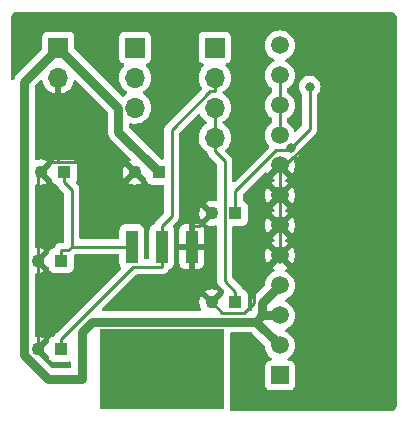
<source format=gbr>
%TF.GenerationSoftware,KiCad,Pcbnew,(6.0.5)*%
%TF.CreationDate,2023-06-19T00:58:59+02:00*%
%TF.ProjectId,PCB_Suelo,5043425f-5375-4656-9c6f-2e6b69636164,rev?*%
%TF.SameCoordinates,Original*%
%TF.FileFunction,Copper,L1,Top*%
%TF.FilePolarity,Positive*%
%FSLAX46Y46*%
G04 Gerber Fmt 4.6, Leading zero omitted, Abs format (unit mm)*
G04 Created by KiCad (PCBNEW (6.0.5)) date 2023-06-19 00:58:59*
%MOMM*%
%LPD*%
G01*
G04 APERTURE LIST*
%TA.AperFunction,SMDPad,CuDef*%
%ADD10R,1.050000X2.790000*%
%TD*%
%TA.AperFunction,SMDPad,CuDef*%
%ADD11R,10.580000X6.840000*%
%TD*%
%TA.AperFunction,ComponentPad*%
%ADD12R,1.508000X1.508000*%
%TD*%
%TA.AperFunction,ComponentPad*%
%ADD13C,1.508000*%
%TD*%
%TA.AperFunction,ComponentPad*%
%ADD14R,1.700000X1.700000*%
%TD*%
%TA.AperFunction,ComponentPad*%
%ADD15O,1.700000X1.700000*%
%TD*%
%TA.AperFunction,ComponentPad*%
%ADD16R,1.100000X1.100000*%
%TD*%
%TA.AperFunction,ComponentPad*%
%ADD17C,1.100000*%
%TD*%
%TA.AperFunction,ViaPad*%
%ADD18C,0.800000*%
%TD*%
%TA.AperFunction,Conductor*%
%ADD19C,0.750000*%
%TD*%
%TA.AperFunction,Conductor*%
%ADD20C,0.250000*%
%TD*%
G04 APERTURE END LIST*
D10*
%TO.P,VR1,1,ADJ/GND*%
%TO.N,GND*%
X132290000Y-56310000D03*
%TO.P,VR1,2,OUTPUT_2*%
%TO.N,PWR_pH*%
X129750000Y-56310000D03*
%TO.P,VR1,3,INPUT*%
%TO.N,9V*%
X127210000Y-56310000D03*
D11*
%TO.P,VR1,4,OUTPUT_4*%
%TO.N,unconnected-(VR1-Pad4)*%
X129750000Y-66660000D03*
%TD*%
D12*
%TO.P,PS1,1,~{ON/OFF}*%
%TO.N,Net-(PS1-Pad1)*%
X139750000Y-67220000D03*
D13*
%TO.P,PS1,2,VIN*%
%TO.N,PWR*%
X139750000Y-64680000D03*
%TO.P,PS1,3,VIN*%
X139750000Y-62140000D03*
%TO.P,PS1,4,VIN*%
X139750000Y-59600000D03*
%TO.P,PS1,5,GND*%
%TO.N,GND*%
X139750000Y-57060000D03*
%TO.P,PS1,6,GND*%
X139750000Y-54520000D03*
%TO.P,PS1,7,GND*%
X139750000Y-51980000D03*
%TO.P,PS1,8,GND*%
X139750000Y-49440000D03*
%TO.P,PS1,9,VOUT*%
%TO.N,9V*%
X139750000Y-46900000D03*
%TO.P,PS1,10,VOUT*%
X139750000Y-44360000D03*
%TO.P,PS1,11,VOUT*%
X139750000Y-41820000D03*
%TO.P,PS1,12,VADJ*%
%TO.N,unconnected-(PS1-Pad12)*%
X139750000Y-39280000D03*
%TD*%
D14*
%TO.P,J3,1,Pin_1*%
%TO.N,PWR*%
X121000000Y-39460000D03*
D15*
%TO.P,J3,2,Pin_2*%
%TO.N,GND*%
X121000000Y-42000000D03*
%TD*%
%TO.P,J2,4,Pin_4*%
%TO.N,9V*%
X134250000Y-47080000D03*
%TO.P,J2,3,Pin_3*%
X134250000Y-44540000D03*
%TO.P,J2,2,Pin_2*%
%TO.N,PWR_pH*%
X134250000Y-42000000D03*
D14*
%TO.P,J2,1,Pin_1*%
%TO.N,9V*%
X134250000Y-39460000D03*
%TD*%
%TO.P,J1,1,Pin_1*%
%TO.N,CTR*%
X127500000Y-39460000D03*
D15*
%TO.P,J1,2,Pin_2*%
%TO.N,IN_MOISTURE*%
X127500000Y-42000000D03*
%TO.P,J1,3,Pin_3*%
%TO.N,OUT_MOISTURE*%
X127500000Y-44540000D03*
%TD*%
D16*
%TO.P,C7,P*%
%TO.N,PWR_pH*%
X121250000Y-65000000D03*
D17*
%TO.P,C7,N*%
%TO.N,GND*%
X119250000Y-65000000D03*
%TD*%
%TO.P,C6,N*%
%TO.N,GND*%
X119250000Y-57500000D03*
D16*
%TO.P,C6,P*%
%TO.N,9V*%
X121250000Y-57500000D03*
%TD*%
D17*
%TO.P,C5,N*%
%TO.N,GND*%
X119500000Y-50000000D03*
D16*
%TO.P,C5,P*%
%TO.N,9V*%
X121500000Y-50000000D03*
%TD*%
D17*
%TO.P,C4,N*%
%TO.N,GND*%
X127500000Y-50000000D03*
D16*
%TO.P,C4,P*%
%TO.N,PWR*%
X129500000Y-50000000D03*
%TD*%
%TO.P,C2,P*%
%TO.N,9V*%
X136000000Y-61000000D03*
D17*
%TO.P,C2,N*%
%TO.N,GND*%
X134000000Y-61000000D03*
%TD*%
%TO.P,C1,N*%
%TO.N,GND*%
X134000000Y-53500000D03*
D16*
%TO.P,C1,P*%
%TO.N,Net-(C1-PadP)*%
X136000000Y-53500000D03*
%TD*%
D18*
%TO.N,GND*%
X146191300Y-42774200D03*
%TO.N,Net-(C1-PadP)*%
X140662100Y-47960700D03*
X142285700Y-42765600D03*
%TD*%
D19*
%TO.N,PWR*%
X138260978Y-61089022D02*
X139750000Y-59600000D01*
X138260978Y-62140000D02*
X138260978Y-61089022D01*
D20*
%TO.N,GND*%
X134892600Y-61892600D02*
X134000000Y-61000000D01*
X137561467Y-59248533D02*
X137561467Y-61046733D01*
X137561467Y-61046733D02*
X136715600Y-61892600D01*
X136715600Y-61892600D02*
X134892600Y-61892600D01*
X139750000Y-57060000D02*
X137561467Y-59248533D01*
D19*
%TO.N,PWR*%
X139750000Y-62140000D02*
X138260978Y-62140000D01*
X138260978Y-62140000D02*
X137735489Y-62665489D01*
X123885489Y-62665489D02*
X137735489Y-62665489D01*
X137735489Y-62665489D02*
X139750000Y-64680000D01*
X123000000Y-63550978D02*
X123885489Y-62665489D01*
X118125489Y-65465789D02*
X120159700Y-67500000D01*
X120159700Y-67500000D02*
X123000000Y-67500000D01*
X123000000Y-67500000D02*
X123000000Y-63550978D01*
X118125489Y-42334511D02*
X118125489Y-65465789D01*
X121000000Y-39460000D02*
X118125489Y-42334511D01*
X126075489Y-46575489D02*
X129500000Y-50000000D01*
X126075489Y-44535489D02*
X126075489Y-46575489D01*
X121000000Y-39460000D02*
X126075489Y-44535489D01*
D20*
%TO.N,PWR_pH*%
X130600300Y-53739400D02*
X129750000Y-54589700D01*
X130600300Y-46457600D02*
X130600300Y-53739400D01*
X133882600Y-43175300D02*
X130600300Y-46457600D01*
X134250000Y-43175300D02*
X133882600Y-43175300D01*
X134250000Y-42000000D02*
X134250000Y-43175300D01*
X129750000Y-56310000D02*
X129750000Y-54589700D01*
X127344400Y-58030300D02*
X129750000Y-58030300D01*
X121250000Y-64124700D02*
X127344400Y-58030300D01*
X121250000Y-65000000D02*
X121250000Y-64124700D01*
X129750000Y-56310000D02*
X129750000Y-58030300D01*
%TO.N,9V*%
X134250000Y-44540000D02*
X134250000Y-47080000D01*
X139750000Y-41820000D02*
X139750000Y-44360000D01*
X139750000Y-44360000D02*
X139750000Y-46900000D01*
X122151000Y-56310000D02*
X127210000Y-56310000D01*
X121836300Y-56624700D02*
X122151000Y-56310000D01*
X121250000Y-56624700D02*
X121836300Y-56624700D01*
X122151000Y-51526300D02*
X121500000Y-50875300D01*
X122151000Y-56310000D02*
X122151000Y-51526300D01*
X121500000Y-50000000D02*
X121500000Y-50875300D01*
X121250000Y-57500000D02*
X121250000Y-56624700D01*
X135081100Y-49086400D02*
X134250000Y-48255300D01*
X135081100Y-59205800D02*
X135081100Y-49086400D01*
X136000000Y-60124700D02*
X135081100Y-59205800D01*
X136000000Y-61000000D02*
X136000000Y-60124700D01*
X134250000Y-47080000D02*
X134250000Y-48255300D01*
%TO.N,GND*%
X132910300Y-54589700D02*
X132290000Y-54589700D01*
X134000000Y-53500000D02*
X132910300Y-54589700D01*
X132290000Y-56310000D02*
X132290000Y-54589700D01*
X121000000Y-42000000D02*
X121000000Y-43175300D01*
X139750000Y-51980000D02*
X139750000Y-54520000D01*
X132290000Y-59290000D02*
X132290000Y-56310000D01*
X134000000Y-61000000D02*
X132290000Y-59290000D01*
X121000000Y-49124600D02*
X121000000Y-43175300D01*
X126624600Y-49124600D02*
X121000000Y-49124600D01*
X127500000Y-50000000D02*
X126624600Y-49124600D01*
X120375400Y-49124600D02*
X119500000Y-50000000D01*
X121000000Y-49124600D02*
X120375400Y-49124600D01*
X139750000Y-54520000D02*
X139750000Y-57060000D01*
X139750000Y-51980000D02*
X139750000Y-49440000D01*
X119250000Y-50250000D02*
X119250000Y-57500000D01*
X119500000Y-50000000D02*
X119250000Y-50250000D01*
X119250000Y-57500000D02*
X119250000Y-65000000D01*
X146191300Y-43457300D02*
X146191300Y-42774200D01*
X140208600Y-49440000D02*
X146191300Y-43457300D01*
X139750000Y-49440000D02*
X140208600Y-49440000D01*
%TO.N,Net-(C1-PadP)*%
X140452800Y-48170000D02*
X140662100Y-47960700D01*
X139459500Y-48170000D02*
X140452800Y-48170000D01*
X136000000Y-51629500D02*
X139459500Y-48170000D01*
X136000000Y-53500000D02*
X136000000Y-51629500D01*
X142285700Y-46337100D02*
X142285700Y-42765600D01*
X140662100Y-47960700D02*
X142285700Y-46337100D01*
%TD*%
%TA.AperFunction,Conductor*%
%TO.N,GND*%
G36*
X149122915Y-36412107D02*
G01*
X149137748Y-36414417D01*
X149137752Y-36414417D01*
X149146621Y-36415798D01*
X149155646Y-36414618D01*
X149186081Y-36414346D01*
X149248158Y-36421340D01*
X149275664Y-36427618D01*
X149352752Y-36454592D01*
X149378168Y-36466831D01*
X149447325Y-36510286D01*
X149469380Y-36527875D01*
X149527125Y-36585620D01*
X149544714Y-36607675D01*
X149588169Y-36676832D01*
X149600408Y-36702248D01*
X149627382Y-36779336D01*
X149633661Y-36806844D01*
X149639912Y-36862325D01*
X149639245Y-36877964D01*
X149640694Y-36877982D01*
X149640584Y-36886953D01*
X149639202Y-36895827D01*
X149640366Y-36904730D01*
X149640366Y-36904737D01*
X149643329Y-36927397D01*
X149644393Y-36943733D01*
X149644393Y-69728530D01*
X149642893Y-69747915D01*
X149640583Y-69762748D01*
X149640583Y-69762752D01*
X149639202Y-69771621D01*
X149640382Y-69780646D01*
X149640654Y-69811084D01*
X149633661Y-69873155D01*
X149627382Y-69900664D01*
X149600408Y-69977752D01*
X149588169Y-70003168D01*
X149544714Y-70072325D01*
X149527125Y-70094380D01*
X149469380Y-70152125D01*
X149447325Y-70169714D01*
X149378168Y-70213169D01*
X149352752Y-70225408D01*
X149275664Y-70252382D01*
X149248159Y-70258660D01*
X149192673Y-70264912D01*
X149177036Y-70264245D01*
X149177018Y-70265694D01*
X149168047Y-70265584D01*
X149159173Y-70264202D01*
X149150270Y-70265366D01*
X149150263Y-70265366D01*
X149127603Y-70268329D01*
X149111267Y-70269393D01*
X135673584Y-70269393D01*
X135605463Y-70249391D01*
X135558970Y-70195735D01*
X135549155Y-70134993D01*
X135547947Y-70134928D01*
X135548131Y-70131531D01*
X135548500Y-70128134D01*
X135548500Y-63674989D01*
X135568502Y-63606868D01*
X135622158Y-63560375D01*
X135674500Y-63548989D01*
X137317341Y-63548989D01*
X137385462Y-63568991D01*
X137406436Y-63585894D01*
X138448535Y-64627993D01*
X138482561Y-64690305D01*
X138484961Y-64706107D01*
X138501930Y-64900068D01*
X138559106Y-65113450D01*
X138652466Y-65313661D01*
X138779174Y-65494620D01*
X138935380Y-65650826D01*
X138939888Y-65653983D01*
X138939891Y-65653985D01*
X139046006Y-65728287D01*
X139090334Y-65783744D01*
X139097643Y-65854363D01*
X139065612Y-65917724D01*
X139004411Y-65953709D01*
X138973735Y-65957500D01*
X138947866Y-65957500D01*
X138885684Y-65964255D01*
X138749295Y-66015385D01*
X138632739Y-66102739D01*
X138545385Y-66219295D01*
X138494255Y-66355684D01*
X138487500Y-66417866D01*
X138487500Y-68022134D01*
X138494255Y-68084316D01*
X138545385Y-68220705D01*
X138632739Y-68337261D01*
X138749295Y-68424615D01*
X138885684Y-68475745D01*
X138947866Y-68482500D01*
X140552134Y-68482500D01*
X140614316Y-68475745D01*
X140750705Y-68424615D01*
X140867261Y-68337261D01*
X140954615Y-68220705D01*
X141005745Y-68084316D01*
X141012500Y-68022134D01*
X141012500Y-66417866D01*
X141005745Y-66355684D01*
X140954615Y-66219295D01*
X140867261Y-66102739D01*
X140750705Y-66015385D01*
X140614316Y-65964255D01*
X140552134Y-65957500D01*
X140526265Y-65957500D01*
X140458144Y-65937498D01*
X140411651Y-65883842D01*
X140401547Y-65813568D01*
X140431041Y-65748988D01*
X140453994Y-65728287D01*
X140560109Y-65653985D01*
X140560112Y-65653983D01*
X140564620Y-65650826D01*
X140720826Y-65494620D01*
X140847534Y-65313661D01*
X140940894Y-65113450D01*
X140998070Y-64900068D01*
X141017323Y-64680000D01*
X140998070Y-64459932D01*
X140940894Y-64246550D01*
X140847534Y-64046339D01*
X140720826Y-63865380D01*
X140564620Y-63709174D01*
X140560112Y-63706017D01*
X140560109Y-63706015D01*
X140388171Y-63585623D01*
X140388169Y-63585622D01*
X140383662Y-63582466D01*
X140378680Y-63580143D01*
X140378675Y-63580140D01*
X140258699Y-63524195D01*
X140205414Y-63477278D01*
X140185953Y-63409001D01*
X140206495Y-63341041D01*
X140258699Y-63295805D01*
X140378675Y-63239860D01*
X140378680Y-63239857D01*
X140383662Y-63237534D01*
X140388171Y-63234377D01*
X140560109Y-63113985D01*
X140560112Y-63113983D01*
X140564620Y-63110826D01*
X140720826Y-62954620D01*
X140847534Y-62773661D01*
X140940894Y-62573450D01*
X140998070Y-62360068D01*
X141017323Y-62140000D01*
X140998070Y-61919932D01*
X140940894Y-61706550D01*
X140908955Y-61638057D01*
X140849857Y-61511320D01*
X140849855Y-61511317D01*
X140847534Y-61506339D01*
X140720826Y-61325380D01*
X140564620Y-61169174D01*
X140560112Y-61166017D01*
X140560109Y-61166015D01*
X140388171Y-61045623D01*
X140388169Y-61045622D01*
X140383662Y-61042466D01*
X140378680Y-61040143D01*
X140378675Y-61040140D01*
X140258699Y-60984195D01*
X140205414Y-60937278D01*
X140185953Y-60869001D01*
X140206495Y-60801041D01*
X140258699Y-60755805D01*
X140378675Y-60699860D01*
X140378680Y-60699857D01*
X140383662Y-60697534D01*
X140388171Y-60694377D01*
X140560109Y-60573985D01*
X140560112Y-60573983D01*
X140564620Y-60570826D01*
X140720826Y-60414620D01*
X140847534Y-60233661D01*
X140940894Y-60033450D01*
X140945263Y-60017147D01*
X140986223Y-59864281D01*
X140998070Y-59820068D01*
X141017323Y-59600000D01*
X140998070Y-59379932D01*
X140940894Y-59166550D01*
X140847534Y-58966339D01*
X140720826Y-58785380D01*
X140564620Y-58629174D01*
X140560112Y-58626017D01*
X140560109Y-58626015D01*
X140388171Y-58505623D01*
X140388168Y-58505621D01*
X140383662Y-58502466D01*
X140378680Y-58500143D01*
X140378675Y-58500140D01*
X140258107Y-58443919D01*
X140204822Y-58397002D01*
X140185361Y-58328725D01*
X140205903Y-58260765D01*
X140258107Y-58215529D01*
X140378424Y-58159425D01*
X140387919Y-58153942D01*
X140430021Y-58124462D01*
X140438396Y-58113985D01*
X140431328Y-58100538D01*
X139762812Y-57432022D01*
X139748868Y-57424408D01*
X139747035Y-57424539D01*
X139740420Y-57428790D01*
X139067951Y-58101259D01*
X139061521Y-58113034D01*
X139070817Y-58125049D01*
X139112081Y-58153942D01*
X139121576Y-58159425D01*
X139241893Y-58215529D01*
X139295178Y-58262446D01*
X139314639Y-58330723D01*
X139294097Y-58398683D01*
X139241893Y-58443919D01*
X139121320Y-58500143D01*
X139121317Y-58500145D01*
X139116339Y-58502466D01*
X138935380Y-58629174D01*
X138779174Y-58785380D01*
X138652466Y-58966339D01*
X138559106Y-59166550D01*
X138501930Y-59379932D01*
X138487122Y-59549187D01*
X138484961Y-59573893D01*
X138459098Y-59640012D01*
X138448535Y-59652007D01*
X137692432Y-60408110D01*
X137677404Y-60420947D01*
X137666544Y-60428837D01*
X137662123Y-60433747D01*
X137662122Y-60433748D01*
X137622092Y-60478206D01*
X137617551Y-60482991D01*
X137603506Y-60497036D01*
X137601422Y-60499610D01*
X137601419Y-60499613D01*
X137591009Y-60512468D01*
X137586725Y-60517484D01*
X137546695Y-60561942D01*
X137546691Y-60561947D01*
X137542274Y-60566853D01*
X137537110Y-60575798D01*
X137535567Y-60578470D01*
X137524369Y-60594763D01*
X137515931Y-60605183D01*
X137485765Y-60664385D01*
X137482632Y-60670155D01*
X137452718Y-60721967D01*
X137452716Y-60721972D01*
X137449414Y-60727691D01*
X137447373Y-60733971D01*
X137447370Y-60733979D01*
X137445270Y-60740443D01*
X137437706Y-60758705D01*
X137434615Y-60764771D01*
X137434612Y-60764780D01*
X137431616Y-60770659D01*
X137429907Y-60777037D01*
X137414422Y-60834826D01*
X137412556Y-60841128D01*
X137392024Y-60904320D01*
X137391334Y-60910888D01*
X137390623Y-60917650D01*
X137387020Y-60937093D01*
X137383548Y-60950051D01*
X137383203Y-60956641D01*
X137383202Y-60956645D01*
X137380071Y-61016389D01*
X137379555Y-61022953D01*
X137377478Y-61042716D01*
X137377478Y-61062577D01*
X137377305Y-61069172D01*
X137373828Y-61135515D01*
X137374860Y-61142029D01*
X137375927Y-61148766D01*
X137377478Y-61168478D01*
X137377478Y-61655989D01*
X137357476Y-61724110D01*
X137303820Y-61770603D01*
X137251478Y-61781989D01*
X137178956Y-61781989D01*
X137110835Y-61761987D01*
X137064342Y-61708331D01*
X137053693Y-61642380D01*
X137058131Y-61601528D01*
X137058500Y-61598134D01*
X137058500Y-60401866D01*
X137051745Y-60339684D01*
X137000615Y-60203295D01*
X136913261Y-60086739D01*
X136796705Y-59999385D01*
X136788296Y-59996233D01*
X136788295Y-59996232D01*
X136660329Y-59948260D01*
X136603564Y-59905619D01*
X136588920Y-59880316D01*
X136588231Y-59878723D01*
X136586018Y-59871107D01*
X136581985Y-59864287D01*
X136581982Y-59864281D01*
X136575707Y-59853672D01*
X136567012Y-59835924D01*
X136559552Y-59817083D01*
X136533564Y-59781313D01*
X136527048Y-59771393D01*
X136508580Y-59740165D01*
X136508578Y-59740162D01*
X136504542Y-59733338D01*
X136490221Y-59719017D01*
X136477380Y-59703983D01*
X136470131Y-59694006D01*
X136465472Y-59687593D01*
X136459367Y-59682542D01*
X136459362Y-59682537D01*
X136431396Y-59659401D01*
X136422618Y-59651413D01*
X135751505Y-58980300D01*
X135717479Y-58917988D01*
X135714600Y-58891205D01*
X135714600Y-57065475D01*
X138483658Y-57065475D01*
X138501946Y-57274501D01*
X138503849Y-57285296D01*
X138558155Y-57487968D01*
X138561901Y-57498260D01*
X138650577Y-57688425D01*
X138656055Y-57697915D01*
X138685539Y-57740022D01*
X138696015Y-57748396D01*
X138709463Y-57741327D01*
X139377978Y-57072812D01*
X139384356Y-57061132D01*
X140114408Y-57061132D01*
X140114539Y-57062965D01*
X140118790Y-57069580D01*
X140791259Y-57742049D01*
X140803033Y-57748479D01*
X140815049Y-57739183D01*
X140843945Y-57697915D01*
X140849423Y-57688425D01*
X140938099Y-57498260D01*
X140941845Y-57487968D01*
X140996151Y-57285296D01*
X140998054Y-57274501D01*
X141016342Y-57065475D01*
X141016342Y-57054525D01*
X140998054Y-56845499D01*
X140996151Y-56834704D01*
X140941845Y-56632032D01*
X140938099Y-56621740D01*
X140849423Y-56431575D01*
X140843945Y-56422085D01*
X140814461Y-56379978D01*
X140803985Y-56371604D01*
X140790537Y-56378673D01*
X140122022Y-57047188D01*
X140114408Y-57061132D01*
X139384356Y-57061132D01*
X139385592Y-57058868D01*
X139385461Y-57057035D01*
X139381210Y-57050420D01*
X138708741Y-56377951D01*
X138696967Y-56371521D01*
X138684951Y-56380817D01*
X138656055Y-56422085D01*
X138650577Y-56431575D01*
X138561901Y-56621740D01*
X138558155Y-56632032D01*
X138503849Y-56834704D01*
X138501946Y-56845499D01*
X138483658Y-57054525D01*
X138483658Y-57065475D01*
X135714600Y-57065475D01*
X135714600Y-55573034D01*
X139061521Y-55573034D01*
X139070817Y-55585049D01*
X139112081Y-55613942D01*
X139121576Y-55619425D01*
X139242485Y-55675805D01*
X139295770Y-55722722D01*
X139315231Y-55790999D01*
X139294689Y-55858959D01*
X139242485Y-55904195D01*
X139121575Y-55960576D01*
X139112085Y-55966055D01*
X139069978Y-55995539D01*
X139061604Y-56006015D01*
X139068673Y-56019463D01*
X139737188Y-56687978D01*
X139751132Y-56695592D01*
X139752965Y-56695461D01*
X139759580Y-56691210D01*
X140432049Y-56018741D01*
X140438479Y-56006966D01*
X140429183Y-55994951D01*
X140387919Y-55966058D01*
X140378424Y-55960575D01*
X140257515Y-55904195D01*
X140204230Y-55857278D01*
X140184769Y-55789001D01*
X140205311Y-55721041D01*
X140257515Y-55675805D01*
X140378424Y-55619425D01*
X140387919Y-55613942D01*
X140430021Y-55584462D01*
X140438396Y-55573985D01*
X140431328Y-55560538D01*
X139762812Y-54892022D01*
X139748868Y-54884408D01*
X139747035Y-54884539D01*
X139740420Y-54888790D01*
X139067951Y-55561259D01*
X139061521Y-55573034D01*
X135714600Y-55573034D01*
X135714600Y-54684500D01*
X135734602Y-54616379D01*
X135788258Y-54569886D01*
X135840600Y-54558500D01*
X136598134Y-54558500D01*
X136660316Y-54551745D01*
X136730391Y-54525475D01*
X138483658Y-54525475D01*
X138501946Y-54734501D01*
X138503849Y-54745296D01*
X138558155Y-54947968D01*
X138561901Y-54958260D01*
X138650577Y-55148425D01*
X138656055Y-55157915D01*
X138685539Y-55200022D01*
X138696015Y-55208396D01*
X138709463Y-55201327D01*
X139377978Y-54532812D01*
X139384356Y-54521132D01*
X140114408Y-54521132D01*
X140114539Y-54522965D01*
X140118790Y-54529580D01*
X140791259Y-55202049D01*
X140803033Y-55208479D01*
X140815049Y-55199183D01*
X140843945Y-55157915D01*
X140849423Y-55148425D01*
X140938099Y-54958260D01*
X140941845Y-54947968D01*
X140996151Y-54745296D01*
X140998054Y-54734501D01*
X141016342Y-54525475D01*
X141016342Y-54514525D01*
X140998054Y-54305499D01*
X140996151Y-54294704D01*
X140941845Y-54092032D01*
X140938099Y-54081740D01*
X140849423Y-53891575D01*
X140843945Y-53882085D01*
X140814461Y-53839978D01*
X140803985Y-53831604D01*
X140790537Y-53838673D01*
X140122022Y-54507188D01*
X140114408Y-54521132D01*
X139384356Y-54521132D01*
X139385592Y-54518868D01*
X139385461Y-54517035D01*
X139381210Y-54510420D01*
X138708741Y-53837951D01*
X138696967Y-53831521D01*
X138684951Y-53840817D01*
X138656055Y-53882085D01*
X138650577Y-53891575D01*
X138561901Y-54081740D01*
X138558155Y-54092032D01*
X138503849Y-54294704D01*
X138501946Y-54305499D01*
X138483658Y-54514525D01*
X138483658Y-54525475D01*
X136730391Y-54525475D01*
X136796705Y-54500615D01*
X136913261Y-54413261D01*
X137000615Y-54296705D01*
X137051745Y-54160316D01*
X137058500Y-54098134D01*
X137058500Y-53033034D01*
X139061521Y-53033034D01*
X139070817Y-53045049D01*
X139112081Y-53073942D01*
X139121576Y-53079425D01*
X139242485Y-53135805D01*
X139295770Y-53182722D01*
X139315231Y-53250999D01*
X139294689Y-53318959D01*
X139242485Y-53364195D01*
X139121575Y-53420576D01*
X139112085Y-53426055D01*
X139069978Y-53455539D01*
X139061604Y-53466015D01*
X139068673Y-53479463D01*
X139737188Y-54147978D01*
X139751132Y-54155592D01*
X139752965Y-54155461D01*
X139759580Y-54151210D01*
X140432049Y-53478741D01*
X140438479Y-53466966D01*
X140429183Y-53454951D01*
X140387919Y-53426058D01*
X140378424Y-53420575D01*
X140257515Y-53364195D01*
X140204230Y-53317278D01*
X140184769Y-53249001D01*
X140205311Y-53181041D01*
X140257515Y-53135805D01*
X140378424Y-53079425D01*
X140387919Y-53073942D01*
X140430021Y-53044462D01*
X140438396Y-53033985D01*
X140431328Y-53020538D01*
X139762812Y-52352022D01*
X139748868Y-52344408D01*
X139747035Y-52344539D01*
X139740420Y-52348790D01*
X139067951Y-53021259D01*
X139061521Y-53033034D01*
X137058500Y-53033034D01*
X137058500Y-52901866D01*
X137051745Y-52839684D01*
X137000615Y-52703295D01*
X136913261Y-52586739D01*
X136796705Y-52499385D01*
X136757781Y-52484793D01*
X136715270Y-52468856D01*
X136658506Y-52426214D01*
X136633806Y-52359652D01*
X136633500Y-52350874D01*
X136633500Y-51985475D01*
X138483658Y-51985475D01*
X138501946Y-52194501D01*
X138503849Y-52205296D01*
X138558155Y-52407968D01*
X138561901Y-52418260D01*
X138650577Y-52608425D01*
X138656055Y-52617915D01*
X138685539Y-52660022D01*
X138696015Y-52668396D01*
X138709463Y-52661327D01*
X139377978Y-51992812D01*
X139384356Y-51981132D01*
X140114408Y-51981132D01*
X140114539Y-51982965D01*
X140118790Y-51989580D01*
X140791259Y-52662049D01*
X140803033Y-52668479D01*
X140815049Y-52659183D01*
X140843945Y-52617915D01*
X140849423Y-52608425D01*
X140938099Y-52418260D01*
X140941845Y-52407968D01*
X140996151Y-52205296D01*
X140998054Y-52194501D01*
X141016342Y-51985475D01*
X141016342Y-51974525D01*
X140998054Y-51765499D01*
X140996151Y-51754704D01*
X140941845Y-51552032D01*
X140938099Y-51541740D01*
X140849423Y-51351575D01*
X140843945Y-51342085D01*
X140814461Y-51299978D01*
X140803985Y-51291604D01*
X140790537Y-51298673D01*
X140122022Y-51967188D01*
X140114408Y-51981132D01*
X139384356Y-51981132D01*
X139385592Y-51978868D01*
X139385461Y-51977035D01*
X139381210Y-51970420D01*
X138708741Y-51297951D01*
X138696967Y-51291521D01*
X138684951Y-51300817D01*
X138656055Y-51342085D01*
X138650577Y-51351575D01*
X138561901Y-51541740D01*
X138558155Y-51552032D01*
X138503849Y-51754704D01*
X138501946Y-51765499D01*
X138483658Y-51974525D01*
X138483658Y-51985475D01*
X136633500Y-51985475D01*
X136633500Y-51944094D01*
X136653502Y-51875973D01*
X136670405Y-51854999D01*
X138032371Y-50493034D01*
X139061521Y-50493034D01*
X139070817Y-50505049D01*
X139112081Y-50533942D01*
X139121576Y-50539425D01*
X139242485Y-50595805D01*
X139295770Y-50642722D01*
X139315231Y-50710999D01*
X139294689Y-50778959D01*
X139242485Y-50824195D01*
X139121575Y-50880576D01*
X139112085Y-50886055D01*
X139069978Y-50915539D01*
X139061604Y-50926015D01*
X139068673Y-50939463D01*
X139737188Y-51607978D01*
X139751132Y-51615592D01*
X139752965Y-51615461D01*
X139759580Y-51611210D01*
X140432049Y-50938741D01*
X140438479Y-50926966D01*
X140429183Y-50914951D01*
X140387919Y-50886058D01*
X140378424Y-50880575D01*
X140257515Y-50824195D01*
X140204230Y-50777278D01*
X140184769Y-50709001D01*
X140205311Y-50641041D01*
X140257515Y-50595805D01*
X140378424Y-50539425D01*
X140387919Y-50533942D01*
X140430021Y-50504462D01*
X140438396Y-50493985D01*
X140431328Y-50480538D01*
X139762812Y-49812022D01*
X139748868Y-49804408D01*
X139747035Y-49804539D01*
X139740420Y-49808790D01*
X139067951Y-50481259D01*
X139061521Y-50493034D01*
X138032371Y-50493034D01*
X138463981Y-50061424D01*
X138526293Y-50027398D01*
X138597109Y-50032463D01*
X138656290Y-50078250D01*
X138685538Y-50120021D01*
X138696015Y-50128396D01*
X138709463Y-50121327D01*
X139660905Y-49169885D01*
X139723217Y-49135859D01*
X139794032Y-49140924D01*
X139839095Y-49169885D01*
X140791259Y-50122049D01*
X140803033Y-50128479D01*
X140815049Y-50119183D01*
X140843945Y-50077915D01*
X140849423Y-50068425D01*
X140938099Y-49878260D01*
X140941845Y-49867968D01*
X140996151Y-49665296D01*
X140998054Y-49654501D01*
X141016342Y-49445475D01*
X141016342Y-49434525D01*
X140998054Y-49225499D01*
X140996151Y-49214704D01*
X140941845Y-49012032D01*
X140938097Y-49001735D01*
X140926857Y-48977630D01*
X140916196Y-48907438D01*
X140945177Y-48842626D01*
X140989803Y-48809274D01*
X141112822Y-48754503D01*
X141112824Y-48754502D01*
X141118852Y-48751818D01*
X141137585Y-48738208D01*
X141204725Y-48689427D01*
X141273353Y-48639566D01*
X141384867Y-48515717D01*
X141396721Y-48502552D01*
X141396722Y-48502551D01*
X141401140Y-48497644D01*
X141496627Y-48332256D01*
X141555642Y-48150628D01*
X141573007Y-47985406D01*
X141600020Y-47919750D01*
X141609222Y-47909482D01*
X142677947Y-46840757D01*
X142686237Y-46833213D01*
X142692718Y-46829100D01*
X142739359Y-46779432D01*
X142742113Y-46776591D01*
X142761834Y-46756870D01*
X142764312Y-46753675D01*
X142772018Y-46744653D01*
X142790575Y-46724892D01*
X142802286Y-46712421D01*
X142812046Y-46694668D01*
X142822899Y-46678145D01*
X142830453Y-46668406D01*
X142835313Y-46662141D01*
X142852876Y-46621557D01*
X142858083Y-46610927D01*
X142879395Y-46572160D01*
X142881366Y-46564483D01*
X142881368Y-46564478D01*
X142884432Y-46552542D01*
X142890838Y-46533830D01*
X142895733Y-46522519D01*
X142898881Y-46515245D01*
X142900121Y-46507417D01*
X142900123Y-46507410D01*
X142905799Y-46471576D01*
X142908205Y-46459956D01*
X142917228Y-46424811D01*
X142917228Y-46424810D01*
X142919200Y-46417130D01*
X142919200Y-46396876D01*
X142920751Y-46377165D01*
X142922680Y-46364986D01*
X142923920Y-46357157D01*
X142919759Y-46313138D01*
X142919200Y-46301281D01*
X142919200Y-43468124D01*
X142939202Y-43400003D01*
X142951558Y-43383821D01*
X143024740Y-43302544D01*
X143120227Y-43137156D01*
X143179242Y-42955528D01*
X143187178Y-42880026D01*
X143198514Y-42772165D01*
X143199204Y-42765600D01*
X143185438Y-42634620D01*
X143179932Y-42582235D01*
X143179932Y-42582233D01*
X143179242Y-42575672D01*
X143120227Y-42394044D01*
X143024740Y-42228656D01*
X142989678Y-42189715D01*
X142901375Y-42091645D01*
X142901374Y-42091644D01*
X142896953Y-42086734D01*
X142772958Y-41996646D01*
X142747794Y-41978363D01*
X142747793Y-41978362D01*
X142742452Y-41974482D01*
X142736424Y-41971798D01*
X142736422Y-41971797D01*
X142574019Y-41899491D01*
X142574018Y-41899491D01*
X142567988Y-41896806D01*
X142451286Y-41872000D01*
X142387644Y-41858472D01*
X142387639Y-41858472D01*
X142381187Y-41857100D01*
X142190213Y-41857100D01*
X142183761Y-41858472D01*
X142183756Y-41858472D01*
X142120114Y-41872000D01*
X142003412Y-41896806D01*
X141997382Y-41899491D01*
X141997381Y-41899491D01*
X141834978Y-41971797D01*
X141834976Y-41971798D01*
X141828948Y-41974482D01*
X141823607Y-41978362D01*
X141823606Y-41978363D01*
X141798442Y-41996646D01*
X141674447Y-42086734D01*
X141670026Y-42091644D01*
X141670025Y-42091645D01*
X141581723Y-42189715D01*
X141546660Y-42228656D01*
X141451173Y-42394044D01*
X141392158Y-42575672D01*
X141391468Y-42582233D01*
X141391468Y-42582235D01*
X141385962Y-42634620D01*
X141372196Y-42765600D01*
X141372886Y-42772165D01*
X141384223Y-42880026D01*
X141392158Y-42955528D01*
X141451173Y-43137156D01*
X141546660Y-43302544D01*
X141619837Y-43383815D01*
X141650553Y-43447821D01*
X141652200Y-43468124D01*
X141652200Y-46022505D01*
X141632198Y-46090626D01*
X141615295Y-46111600D01*
X141162720Y-46564175D01*
X141100408Y-46598201D01*
X141029593Y-46593136D01*
X140972757Y-46550589D01*
X140951919Y-46507692D01*
X140942320Y-46471868D01*
X140942316Y-46471857D01*
X140940894Y-46466550D01*
X140917849Y-46417130D01*
X140849857Y-46271320D01*
X140849855Y-46271317D01*
X140847534Y-46266339D01*
X140720826Y-46085380D01*
X140564620Y-45929174D01*
X140560112Y-45926017D01*
X140560109Y-45926015D01*
X140437229Y-45839974D01*
X140392901Y-45784517D01*
X140383500Y-45736761D01*
X140383500Y-45523239D01*
X140403502Y-45455118D01*
X140437229Y-45420026D01*
X140560109Y-45333985D01*
X140560112Y-45333983D01*
X140564620Y-45330826D01*
X140720826Y-45174620D01*
X140847534Y-44993661D01*
X140940894Y-44793450D01*
X140998070Y-44580068D01*
X141017323Y-44360000D01*
X140998070Y-44139932D01*
X140940894Y-43926550D01*
X140847534Y-43726339D01*
X140720826Y-43545380D01*
X140564620Y-43389174D01*
X140560112Y-43386017D01*
X140560109Y-43386015D01*
X140437229Y-43299974D01*
X140392901Y-43244517D01*
X140383500Y-43196761D01*
X140383500Y-42983239D01*
X140403502Y-42915118D01*
X140437229Y-42880026D01*
X140560109Y-42793985D01*
X140560112Y-42793983D01*
X140564620Y-42790826D01*
X140720826Y-42634620D01*
X140847534Y-42453661D01*
X140868995Y-42407639D01*
X140938571Y-42258432D01*
X140938572Y-42258431D01*
X140940894Y-42253450D01*
X140946006Y-42234374D01*
X140976408Y-42120911D01*
X140998070Y-42040068D01*
X141017323Y-41820000D01*
X140998070Y-41599932D01*
X140940894Y-41386550D01*
X140924546Y-41351492D01*
X140849857Y-41191320D01*
X140849855Y-41191317D01*
X140847534Y-41186339D01*
X140720826Y-41005380D01*
X140564620Y-40849174D01*
X140560112Y-40846017D01*
X140560109Y-40846015D01*
X140388171Y-40725623D01*
X140388168Y-40725621D01*
X140383662Y-40722466D01*
X140378680Y-40720143D01*
X140378675Y-40720140D01*
X140258699Y-40664195D01*
X140205414Y-40617278D01*
X140185953Y-40549001D01*
X140206495Y-40481041D01*
X140258699Y-40435805D01*
X140378675Y-40379860D01*
X140378680Y-40379857D01*
X140383662Y-40377534D01*
X140416248Y-40354717D01*
X140560109Y-40253985D01*
X140560112Y-40253983D01*
X140564620Y-40250826D01*
X140720826Y-40094620D01*
X140847534Y-39913661D01*
X140940894Y-39713450D01*
X140998070Y-39500068D01*
X141017323Y-39280000D01*
X140998070Y-39059932D01*
X140940894Y-38846550D01*
X140847534Y-38646339D01*
X140720826Y-38465380D01*
X140564620Y-38309174D01*
X140560112Y-38306017D01*
X140560109Y-38306015D01*
X140388171Y-38185623D01*
X140388168Y-38185621D01*
X140383662Y-38182466D01*
X140378680Y-38180143D01*
X140378675Y-38180140D01*
X140188432Y-38091429D01*
X140188431Y-38091429D01*
X140183450Y-38089106D01*
X140178142Y-38087684D01*
X140178140Y-38087683D01*
X140112748Y-38070161D01*
X139970068Y-38031930D01*
X139750000Y-38012677D01*
X139529932Y-38031930D01*
X139387252Y-38070161D01*
X139321860Y-38087683D01*
X139321858Y-38087684D01*
X139316550Y-38089106D01*
X139311569Y-38091428D01*
X139311568Y-38091429D01*
X139121320Y-38180143D01*
X139121317Y-38180145D01*
X139116339Y-38182466D01*
X138935380Y-38309174D01*
X138779174Y-38465380D01*
X138652466Y-38646339D01*
X138559106Y-38846550D01*
X138501930Y-39059932D01*
X138482677Y-39280000D01*
X138501930Y-39500068D01*
X138559106Y-39713450D01*
X138652466Y-39913661D01*
X138779174Y-40094620D01*
X138935380Y-40250826D01*
X138939888Y-40253983D01*
X138939891Y-40253985D01*
X139083752Y-40354717D01*
X139116338Y-40377534D01*
X139121320Y-40379857D01*
X139121325Y-40379860D01*
X139241301Y-40435805D01*
X139294586Y-40482722D01*
X139314047Y-40550999D01*
X139293505Y-40618959D01*
X139241301Y-40664195D01*
X139121320Y-40720143D01*
X139121317Y-40720145D01*
X139116339Y-40722466D01*
X138935380Y-40849174D01*
X138779174Y-41005380D01*
X138652466Y-41186339D01*
X138650145Y-41191317D01*
X138650143Y-41191320D01*
X138575454Y-41351492D01*
X138559106Y-41386550D01*
X138501930Y-41599932D01*
X138482677Y-41820000D01*
X138501930Y-42040068D01*
X138523592Y-42120911D01*
X138553995Y-42234374D01*
X138559106Y-42253450D01*
X138561428Y-42258431D01*
X138561429Y-42258432D01*
X138631006Y-42407639D01*
X138652466Y-42453661D01*
X138779174Y-42634620D01*
X138935380Y-42790826D01*
X138939888Y-42793983D01*
X138939891Y-42793985D01*
X139062771Y-42880026D01*
X139107099Y-42935483D01*
X139116500Y-42983239D01*
X139116500Y-43196762D01*
X139096498Y-43264883D01*
X139062770Y-43299975D01*
X139052099Y-43307447D01*
X138935380Y-43389174D01*
X138779174Y-43545380D01*
X138652466Y-43726339D01*
X138559106Y-43926550D01*
X138501930Y-44139932D01*
X138482677Y-44360000D01*
X138501930Y-44580068D01*
X138559106Y-44793450D01*
X138652466Y-44993661D01*
X138779174Y-45174620D01*
X138935380Y-45330826D01*
X138939888Y-45333983D01*
X138939891Y-45333985D01*
X139062771Y-45420026D01*
X139107099Y-45475483D01*
X139116500Y-45523239D01*
X139116500Y-45736762D01*
X139096498Y-45804883D01*
X139062770Y-45839975D01*
X139050281Y-45848720D01*
X138935380Y-45929174D01*
X138779174Y-46085380D01*
X138652466Y-46266339D01*
X138650145Y-46271317D01*
X138650143Y-46271320D01*
X138582151Y-46417130D01*
X138559106Y-46466550D01*
X138557684Y-46471858D01*
X138557683Y-46471860D01*
X138541078Y-46533830D01*
X138501930Y-46679932D01*
X138482677Y-46900000D01*
X138501930Y-47120068D01*
X138559106Y-47333450D01*
X138561428Y-47338431D01*
X138561429Y-47338432D01*
X138631006Y-47487639D01*
X138652466Y-47533661D01*
X138779174Y-47714620D01*
X138809980Y-47745426D01*
X138844006Y-47807738D01*
X138838941Y-47878553D01*
X138809980Y-47923616D01*
X135929695Y-50803900D01*
X135867383Y-50837926D01*
X135796567Y-50832861D01*
X135739732Y-50790314D01*
X135714921Y-50723794D01*
X135714600Y-50714805D01*
X135714600Y-49165167D01*
X135715127Y-49153984D01*
X135716802Y-49146491D01*
X135714662Y-49078400D01*
X135714600Y-49074443D01*
X135714600Y-49046544D01*
X135714096Y-49042553D01*
X135713163Y-49030711D01*
X135712253Y-49001735D01*
X135711774Y-48986511D01*
X135709562Y-48978897D01*
X135709561Y-48978892D01*
X135706123Y-48967059D01*
X135702112Y-48947695D01*
X135701330Y-48941500D01*
X135699574Y-48927603D01*
X135696657Y-48920236D01*
X135696656Y-48920231D01*
X135683298Y-48886492D01*
X135679454Y-48875265D01*
X135677332Y-48867961D01*
X135667118Y-48832807D01*
X135662797Y-48825500D01*
X135656807Y-48815372D01*
X135648112Y-48797624D01*
X135640652Y-48778783D01*
X135614664Y-48743013D01*
X135608148Y-48733093D01*
X135589680Y-48701865D01*
X135589678Y-48701862D01*
X135585642Y-48695038D01*
X135571321Y-48680717D01*
X135558480Y-48665683D01*
X135551231Y-48655706D01*
X135546572Y-48649293D01*
X135540467Y-48644242D01*
X135540462Y-48644237D01*
X135512496Y-48621101D01*
X135503718Y-48613113D01*
X135159967Y-48269362D01*
X135125941Y-48207050D01*
X135131006Y-48136235D01*
X135160123Y-48091016D01*
X135284430Y-47967144D01*
X135284440Y-47967132D01*
X135288096Y-47963489D01*
X135316748Y-47923616D01*
X135415435Y-47786277D01*
X135418453Y-47782077D01*
X135517430Y-47581811D01*
X135582370Y-47368069D01*
X135611529Y-47146590D01*
X135612864Y-47091941D01*
X135613074Y-47083365D01*
X135613074Y-47083361D01*
X135613156Y-47080000D01*
X135594852Y-46857361D01*
X135540431Y-46640702D01*
X135451354Y-46435840D01*
X135364304Y-46301281D01*
X135332822Y-46252617D01*
X135332820Y-46252614D01*
X135330014Y-46248277D01*
X135179670Y-46083051D01*
X135175619Y-46079852D01*
X135175615Y-46079848D01*
X135008414Y-45947800D01*
X135008410Y-45947798D01*
X135004359Y-45944598D01*
X134963053Y-45921796D01*
X134913084Y-45871364D01*
X134898312Y-45801921D01*
X134923428Y-45735516D01*
X134950780Y-45708909D01*
X134994603Y-45677650D01*
X135129860Y-45581173D01*
X135288096Y-45423489D01*
X135347594Y-45340689D01*
X135415435Y-45246277D01*
X135418453Y-45242077D01*
X135517430Y-45041811D01*
X135582370Y-44828069D01*
X135611529Y-44606590D01*
X135613156Y-44540000D01*
X135594852Y-44317361D01*
X135540431Y-44100702D01*
X135451354Y-43895840D01*
X135341699Y-43726339D01*
X135332822Y-43712617D01*
X135332820Y-43712614D01*
X135330014Y-43708277D01*
X135179670Y-43543051D01*
X135175619Y-43539852D01*
X135175615Y-43539848D01*
X135008412Y-43407799D01*
X135004359Y-43404598D01*
X134999844Y-43402105D01*
X134999831Y-43402097D01*
X134963056Y-43381797D01*
X134913084Y-43331365D01*
X134898312Y-43261922D01*
X134923427Y-43195517D01*
X134950780Y-43168909D01*
X135004107Y-43130871D01*
X135129860Y-43041173D01*
X135288096Y-42883489D01*
X135347594Y-42800689D01*
X135415435Y-42706277D01*
X135418453Y-42702077D01*
X135427122Y-42684538D01*
X135515136Y-42506453D01*
X135515137Y-42506451D01*
X135517430Y-42501811D01*
X135582370Y-42288069D01*
X135611529Y-42066590D01*
X135612606Y-42022526D01*
X135613074Y-42003365D01*
X135613074Y-42003361D01*
X135613156Y-42000000D01*
X135594852Y-41777361D01*
X135540431Y-41560702D01*
X135451354Y-41355840D01*
X135341699Y-41186339D01*
X135332822Y-41172617D01*
X135332820Y-41172614D01*
X135330014Y-41168277D01*
X135326532Y-41164450D01*
X135182798Y-41006488D01*
X135151746Y-40942642D01*
X135160141Y-40872143D01*
X135205317Y-40817375D01*
X135231761Y-40803706D01*
X135338297Y-40763767D01*
X135346705Y-40760615D01*
X135463261Y-40673261D01*
X135550615Y-40556705D01*
X135601745Y-40420316D01*
X135608500Y-40358134D01*
X135608500Y-38561866D01*
X135601745Y-38499684D01*
X135550615Y-38363295D01*
X135463261Y-38246739D01*
X135346705Y-38159385D01*
X135210316Y-38108255D01*
X135148134Y-38101500D01*
X133351866Y-38101500D01*
X133289684Y-38108255D01*
X133153295Y-38159385D01*
X133036739Y-38246739D01*
X132949385Y-38363295D01*
X132898255Y-38499684D01*
X132891500Y-38561866D01*
X132891500Y-40358134D01*
X132898255Y-40420316D01*
X132949385Y-40556705D01*
X133036739Y-40673261D01*
X133153295Y-40760615D01*
X133161704Y-40763767D01*
X133161705Y-40763768D01*
X133270451Y-40804535D01*
X133327216Y-40847176D01*
X133351916Y-40913738D01*
X133336709Y-40983087D01*
X133317316Y-41009568D01*
X133190629Y-41142138D01*
X133064743Y-41326680D01*
X132970688Y-41529305D01*
X132910989Y-41744570D01*
X132887251Y-41966695D01*
X132887548Y-41971848D01*
X132887548Y-41971851D01*
X132893011Y-42066590D01*
X132900110Y-42189715D01*
X132901247Y-42194761D01*
X132901248Y-42194767D01*
X132915548Y-42258220D01*
X132949222Y-42407639D01*
X132989346Y-42506453D01*
X133020118Y-42582235D01*
X133033266Y-42614616D01*
X133149987Y-42805088D01*
X133169236Y-42827310D01*
X133198719Y-42891892D01*
X133188605Y-42962165D01*
X133163094Y-42998901D01*
X130208047Y-45953948D01*
X130199761Y-45961488D01*
X130193282Y-45965600D01*
X130187857Y-45971377D01*
X130146657Y-46015251D01*
X130143902Y-46018093D01*
X130124165Y-46037830D01*
X130121685Y-46041027D01*
X130113982Y-46050047D01*
X130083714Y-46082279D01*
X130079895Y-46089225D01*
X130079893Y-46089228D01*
X130073952Y-46100034D01*
X130063101Y-46116553D01*
X130050686Y-46132559D01*
X130047541Y-46139828D01*
X130047538Y-46139832D01*
X130033126Y-46173137D01*
X130027909Y-46183787D01*
X130006605Y-46222540D01*
X130004634Y-46230215D01*
X130004634Y-46230216D01*
X130001567Y-46242162D01*
X129995163Y-46260866D01*
X129987119Y-46279455D01*
X129985880Y-46287278D01*
X129985877Y-46287288D01*
X129980201Y-46323124D01*
X129977795Y-46334744D01*
X129966800Y-46377570D01*
X129966800Y-46397824D01*
X129965249Y-46417534D01*
X129962080Y-46437543D01*
X129962826Y-46445435D01*
X129966241Y-46481561D01*
X129966800Y-46493419D01*
X129966800Y-48815500D01*
X129946798Y-48883621D01*
X129893142Y-48930114D01*
X129840800Y-48941500D01*
X129743147Y-48941500D01*
X129675026Y-48921498D01*
X129654052Y-48904595D01*
X126995894Y-46246436D01*
X126961868Y-46184124D01*
X126958989Y-46157341D01*
X126958989Y-45969716D01*
X126978991Y-45901595D01*
X127032647Y-45855102D01*
X127102921Y-45844998D01*
X127117233Y-45848091D01*
X127119692Y-45849030D01*
X127124758Y-45850061D01*
X127124759Y-45850061D01*
X127181565Y-45861618D01*
X127338597Y-45893567D01*
X127343772Y-45893757D01*
X127343774Y-45893757D01*
X127556673Y-45901564D01*
X127556677Y-45901564D01*
X127561837Y-45901753D01*
X127566957Y-45901097D01*
X127566959Y-45901097D01*
X127778288Y-45874025D01*
X127778289Y-45874025D01*
X127783416Y-45873368D01*
X127790096Y-45871364D01*
X127992429Y-45810661D01*
X127992434Y-45810659D01*
X127997384Y-45809174D01*
X128197994Y-45710896D01*
X128379860Y-45581173D01*
X128538096Y-45423489D01*
X128597594Y-45340689D01*
X128665435Y-45246277D01*
X128668453Y-45242077D01*
X128767430Y-45041811D01*
X128832370Y-44828069D01*
X128861529Y-44606590D01*
X128863156Y-44540000D01*
X128844852Y-44317361D01*
X128790431Y-44100702D01*
X128701354Y-43895840D01*
X128591699Y-43726339D01*
X128582822Y-43712617D01*
X128582820Y-43712614D01*
X128580014Y-43708277D01*
X128429670Y-43543051D01*
X128425619Y-43539852D01*
X128425615Y-43539848D01*
X128258414Y-43407800D01*
X128258410Y-43407798D01*
X128254359Y-43404598D01*
X128213053Y-43381796D01*
X128163084Y-43331364D01*
X128148312Y-43261921D01*
X128173428Y-43195516D01*
X128200780Y-43168909D01*
X128254107Y-43130871D01*
X128379860Y-43041173D01*
X128538096Y-42883489D01*
X128597594Y-42800689D01*
X128665435Y-42706277D01*
X128668453Y-42702077D01*
X128677122Y-42684538D01*
X128765136Y-42506453D01*
X128765137Y-42506451D01*
X128767430Y-42501811D01*
X128832370Y-42288069D01*
X128861529Y-42066590D01*
X128862606Y-42022526D01*
X128863074Y-42003365D01*
X128863074Y-42003361D01*
X128863156Y-42000000D01*
X128844852Y-41777361D01*
X128790431Y-41560702D01*
X128701354Y-41355840D01*
X128591699Y-41186339D01*
X128582822Y-41172617D01*
X128582820Y-41172614D01*
X128580014Y-41168277D01*
X128576532Y-41164450D01*
X128432798Y-41006488D01*
X128401746Y-40942642D01*
X128410141Y-40872143D01*
X128455317Y-40817375D01*
X128481761Y-40803706D01*
X128588297Y-40763767D01*
X128596705Y-40760615D01*
X128713261Y-40673261D01*
X128800615Y-40556705D01*
X128851745Y-40420316D01*
X128858500Y-40358134D01*
X128858500Y-38561866D01*
X128851745Y-38499684D01*
X128800615Y-38363295D01*
X128713261Y-38246739D01*
X128596705Y-38159385D01*
X128460316Y-38108255D01*
X128398134Y-38101500D01*
X126601866Y-38101500D01*
X126539684Y-38108255D01*
X126403295Y-38159385D01*
X126286739Y-38246739D01*
X126199385Y-38363295D01*
X126148255Y-38499684D01*
X126141500Y-38561866D01*
X126141500Y-40358134D01*
X126148255Y-40420316D01*
X126199385Y-40556705D01*
X126286739Y-40673261D01*
X126403295Y-40760615D01*
X126411704Y-40763767D01*
X126411705Y-40763768D01*
X126520451Y-40804535D01*
X126577216Y-40847176D01*
X126601916Y-40913738D01*
X126586709Y-40983087D01*
X126567316Y-41009568D01*
X126440629Y-41142138D01*
X126314743Y-41326680D01*
X126220688Y-41529305D01*
X126160989Y-41744570D01*
X126137251Y-41966695D01*
X126137548Y-41971848D01*
X126137548Y-41971851D01*
X126143011Y-42066590D01*
X126150110Y-42189715D01*
X126151247Y-42194761D01*
X126151248Y-42194767D01*
X126165548Y-42258220D01*
X126199222Y-42407639D01*
X126239346Y-42506453D01*
X126270118Y-42582235D01*
X126283266Y-42614616D01*
X126297911Y-42638515D01*
X126367859Y-42752659D01*
X126399987Y-42805088D01*
X126546250Y-42973938D01*
X126718126Y-43116632D01*
X126753249Y-43137156D01*
X126791445Y-43159476D01*
X126840169Y-43211114D01*
X126853240Y-43280897D01*
X126826509Y-43346669D01*
X126786055Y-43380027D01*
X126773607Y-43386507D01*
X126769474Y-43389610D01*
X126769471Y-43389612D01*
X126691944Y-43447821D01*
X126594965Y-43520635D01*
X126591393Y-43524373D01*
X126544810Y-43573119D01*
X126483285Y-43608549D01*
X126412373Y-43605092D01*
X126364621Y-43575163D01*
X122395405Y-39605947D01*
X122361379Y-39543635D01*
X122358500Y-39516852D01*
X122358500Y-38561866D01*
X122351745Y-38499684D01*
X122300615Y-38363295D01*
X122213261Y-38246739D01*
X122096705Y-38159385D01*
X121960316Y-38108255D01*
X121898134Y-38101500D01*
X120101866Y-38101500D01*
X120039684Y-38108255D01*
X119903295Y-38159385D01*
X119786739Y-38246739D01*
X119699385Y-38363295D01*
X119648255Y-38499684D01*
X119641500Y-38561866D01*
X119641500Y-39516852D01*
X119621498Y-39584973D01*
X119604595Y-39605947D01*
X117556943Y-41653599D01*
X117541915Y-41666436D01*
X117531055Y-41674326D01*
X117526634Y-41679236D01*
X117526633Y-41679237D01*
X117486603Y-41723695D01*
X117482062Y-41728480D01*
X117468017Y-41742525D01*
X117465933Y-41745099D01*
X117465930Y-41745102D01*
X117455520Y-41757957D01*
X117451236Y-41762973D01*
X117411206Y-41807431D01*
X117411202Y-41807436D01*
X117406785Y-41812342D01*
X117402364Y-41820000D01*
X117400078Y-41823959D01*
X117388880Y-41840252D01*
X117380442Y-41850672D01*
X117350276Y-41909874D01*
X117347143Y-41915644D01*
X117317229Y-41967456D01*
X117317227Y-41967461D01*
X117313925Y-41973180D01*
X117311884Y-41979460D01*
X117311881Y-41979468D01*
X117309781Y-41985932D01*
X117302217Y-42004194D01*
X117299126Y-42010260D01*
X117299123Y-42010269D01*
X117296127Y-42016148D01*
X117294418Y-42022526D01*
X117278933Y-42080315D01*
X117277067Y-42086617D01*
X117256535Y-42149809D01*
X117253712Y-42148892D01*
X117226128Y-42199989D01*
X117163979Y-42234312D01*
X117093140Y-42229586D01*
X117036101Y-42187312D01*
X117010973Y-42120911D01*
X117010607Y-42111321D01*
X117010607Y-36951470D01*
X117012107Y-36932085D01*
X117014417Y-36917252D01*
X117014417Y-36917248D01*
X117015798Y-36908379D01*
X117014618Y-36899354D01*
X117014346Y-36868916D01*
X117021339Y-36806845D01*
X117027618Y-36779336D01*
X117054592Y-36702248D01*
X117066831Y-36676832D01*
X117110286Y-36607675D01*
X117127875Y-36585620D01*
X117185620Y-36527875D01*
X117207675Y-36510286D01*
X117276832Y-36466831D01*
X117302248Y-36454592D01*
X117379336Y-36427618D01*
X117406841Y-36421340D01*
X117462327Y-36415088D01*
X117477964Y-36415755D01*
X117477982Y-36414306D01*
X117486953Y-36414416D01*
X117495827Y-36415798D01*
X117504730Y-36414634D01*
X117504737Y-36414634D01*
X117527397Y-36411671D01*
X117543733Y-36410607D01*
X149103530Y-36410607D01*
X149122915Y-36412107D01*
G37*
%TD.AperFunction*%
%TA.AperFunction,Conductor*%
G36*
X121196121Y-41766002D02*
G01*
X121242614Y-41819658D01*
X121254000Y-41872000D01*
X121254000Y-43318517D01*
X121258064Y-43332359D01*
X121271478Y-43334393D01*
X121278184Y-43333534D01*
X121288262Y-43331392D01*
X121492255Y-43270191D01*
X121501842Y-43266433D01*
X121693095Y-43172739D01*
X121701945Y-43167464D01*
X121875328Y-43043792D01*
X121883200Y-43037139D01*
X122034052Y-42886812D01*
X122040730Y-42878965D01*
X122165003Y-42706020D01*
X122170313Y-42697183D01*
X122264670Y-42506267D01*
X122268469Y-42496672D01*
X122328270Y-42299847D01*
X122367211Y-42240483D01*
X122432065Y-42211596D01*
X122502241Y-42222358D01*
X122537923Y-42247381D01*
X125155084Y-44864542D01*
X125189110Y-44926854D01*
X125191989Y-44953637D01*
X125191989Y-46496032D01*
X125190438Y-46515744D01*
X125188339Y-46528996D01*
X125188684Y-46535583D01*
X125188684Y-46535587D01*
X125191816Y-46595339D01*
X125191989Y-46601934D01*
X125191989Y-46621795D01*
X125192333Y-46625066D01*
X125194065Y-46641548D01*
X125194582Y-46648122D01*
X125197515Y-46704073D01*
X125198059Y-46714460D01*
X125201531Y-46727418D01*
X125205134Y-46746861D01*
X125206535Y-46760191D01*
X125227067Y-46823383D01*
X125228933Y-46829685D01*
X125246127Y-46893852D01*
X125249123Y-46899731D01*
X125249126Y-46899740D01*
X125252217Y-46905806D01*
X125259781Y-46924068D01*
X125261881Y-46930532D01*
X125261884Y-46930540D01*
X125263925Y-46936820D01*
X125267227Y-46942539D01*
X125267229Y-46942544D01*
X125297143Y-46994356D01*
X125300276Y-47000126D01*
X125330442Y-47059328D01*
X125334598Y-47064460D01*
X125338880Y-47069748D01*
X125350078Y-47086041D01*
X125356785Y-47097658D01*
X125361202Y-47102564D01*
X125361206Y-47102569D01*
X125401236Y-47147027D01*
X125405520Y-47152043D01*
X125415930Y-47164898D01*
X125418017Y-47167475D01*
X125432062Y-47181520D01*
X125436603Y-47186305D01*
X125481055Y-47235674D01*
X125491915Y-47243564D01*
X125506943Y-47256401D01*
X127087557Y-48837015D01*
X127121583Y-48899327D01*
X127116518Y-48970142D01*
X127073971Y-49026978D01*
X127056838Y-49037771D01*
X126967916Y-49084259D01*
X126957766Y-49094047D01*
X126960221Y-49101011D01*
X128406147Y-50546937D01*
X128402978Y-50550106D01*
X128429584Y-50576716D01*
X128444254Y-50623483D01*
X128448255Y-50660316D01*
X128499385Y-50796705D01*
X128586739Y-50913261D01*
X128703295Y-51000615D01*
X128839684Y-51051745D01*
X128901866Y-51058500D01*
X129840800Y-51058500D01*
X129908921Y-51078502D01*
X129955414Y-51132158D01*
X129966800Y-51184500D01*
X129966800Y-53424805D01*
X129946798Y-53492926D01*
X129929895Y-53513901D01*
X129632294Y-53811501D01*
X129357742Y-54086053D01*
X129349463Y-54093587D01*
X129342982Y-54097700D01*
X129321572Y-54120500D01*
X129296357Y-54147351D01*
X129293602Y-54150193D01*
X129273865Y-54169930D01*
X129271385Y-54173127D01*
X129263682Y-54182147D01*
X129233414Y-54214379D01*
X129229595Y-54221325D01*
X129229593Y-54221328D01*
X129223652Y-54232134D01*
X129212801Y-54248653D01*
X129200386Y-54264659D01*
X129197241Y-54271928D01*
X129197238Y-54271932D01*
X129182826Y-54305237D01*
X129177609Y-54315887D01*
X129156305Y-54354640D01*
X129156146Y-54355257D01*
X129114468Y-54408676D01*
X129085218Y-54424301D01*
X128986705Y-54461232D01*
X128986704Y-54461233D01*
X128978295Y-54464385D01*
X128861739Y-54551739D01*
X128774385Y-54668295D01*
X128723255Y-54804684D01*
X128716500Y-54866866D01*
X128716500Y-57270800D01*
X128696498Y-57338921D01*
X128642842Y-57385414D01*
X128590500Y-57396800D01*
X128369500Y-57396800D01*
X128301379Y-57376798D01*
X128254886Y-57323142D01*
X128243500Y-57270800D01*
X128243500Y-54866866D01*
X128236745Y-54804684D01*
X128185615Y-54668295D01*
X128098261Y-54551739D01*
X127981705Y-54464385D01*
X127845316Y-54413255D01*
X127783134Y-54406500D01*
X126636866Y-54406500D01*
X126574684Y-54413255D01*
X126438295Y-54464385D01*
X126321739Y-54551739D01*
X126234385Y-54668295D01*
X126183255Y-54804684D01*
X126176500Y-54866866D01*
X126176500Y-55550500D01*
X126156498Y-55618621D01*
X126102842Y-55665114D01*
X126050500Y-55676500D01*
X122910500Y-55676500D01*
X122842379Y-55656498D01*
X122795886Y-55602842D01*
X122784500Y-55550500D01*
X122784500Y-51605067D01*
X122785027Y-51593884D01*
X122786702Y-51586391D01*
X122784562Y-51518314D01*
X122784500Y-51514355D01*
X122784500Y-51486444D01*
X122783995Y-51482444D01*
X122783062Y-51470601D01*
X122781922Y-51434330D01*
X122781673Y-51426411D01*
X122776021Y-51406957D01*
X122772013Y-51387600D01*
X122770468Y-51375370D01*
X122770468Y-51375369D01*
X122769474Y-51367503D01*
X122761981Y-51348578D01*
X122753196Y-51326388D01*
X122749351Y-51315158D01*
X122739229Y-51280317D01*
X122739229Y-51280316D01*
X122737018Y-51272707D01*
X122732985Y-51265888D01*
X122732983Y-51265883D01*
X122726707Y-51255272D01*
X122718012Y-51237524D01*
X122710552Y-51218683D01*
X122684564Y-51182913D01*
X122678048Y-51172993D01*
X122659580Y-51141765D01*
X122659578Y-51141762D01*
X122655542Y-51134938D01*
X122641221Y-51120617D01*
X122628380Y-51105583D01*
X122621132Y-51095607D01*
X122616472Y-51089193D01*
X122582407Y-51061012D01*
X122573628Y-51053023D01*
X122499333Y-50978728D01*
X122465307Y-50916416D01*
X122466061Y-50905877D01*
X126958953Y-50905877D01*
X126963863Y-50912435D01*
X127069004Y-50971198D01*
X127080242Y-50976107D01*
X127265852Y-51036415D01*
X127277826Y-51039048D01*
X127471624Y-51062157D01*
X127483873Y-51062414D01*
X127678467Y-51047441D01*
X127690547Y-51045310D01*
X127878514Y-50992828D01*
X127889947Y-50988394D01*
X128032726Y-50916271D01*
X128043010Y-50906626D01*
X128040772Y-50899982D01*
X127512812Y-50372022D01*
X127498868Y-50364408D01*
X127497035Y-50364539D01*
X127490420Y-50368790D01*
X126965713Y-50893497D01*
X126958953Y-50905877D01*
X122466061Y-50905877D01*
X122470372Y-50845601D01*
X122487600Y-50814071D01*
X122500615Y-50796705D01*
X122551745Y-50660316D01*
X122558500Y-50598134D01*
X122558500Y-49991301D01*
X126437501Y-49991301D01*
X126453831Y-50185774D01*
X126456044Y-50197833D01*
X126509839Y-50385438D01*
X126514355Y-50396843D01*
X126584012Y-50532381D01*
X126593733Y-50542602D01*
X126600532Y-50540258D01*
X127127978Y-50012812D01*
X127135592Y-49998868D01*
X127135461Y-49997035D01*
X127131210Y-49990420D01*
X126606302Y-49465512D01*
X126593922Y-49458752D01*
X126587534Y-49463534D01*
X126525816Y-49575798D01*
X126520988Y-49587062D01*
X126461975Y-49773095D01*
X126459427Y-49785084D01*
X126437672Y-49979032D01*
X126437501Y-49991301D01*
X122558500Y-49991301D01*
X122558500Y-49401866D01*
X122551745Y-49339684D01*
X122500615Y-49203295D01*
X122413261Y-49086739D01*
X122296705Y-48999385D01*
X122160316Y-48948255D01*
X122098134Y-48941500D01*
X120901866Y-48941500D01*
X120839684Y-48948255D01*
X120703295Y-48999385D01*
X120586739Y-49086739D01*
X120499385Y-49203295D01*
X120448255Y-49339684D01*
X120444504Y-49374212D01*
X120444341Y-49375714D01*
X120417099Y-49441276D01*
X120406763Y-49451915D01*
X120407029Y-49452181D01*
X119872022Y-49987188D01*
X119864408Y-50001132D01*
X119864539Y-50002965D01*
X119868790Y-50009580D01*
X120406147Y-50546937D01*
X120402978Y-50550106D01*
X120429584Y-50576716D01*
X120444254Y-50623483D01*
X120448255Y-50660316D01*
X120499385Y-50796705D01*
X120586739Y-50913261D01*
X120703295Y-51000615D01*
X120711704Y-51003767D01*
X120711705Y-51003768D01*
X120794118Y-51034663D01*
X120832285Y-51048971D01*
X120839671Y-51051740D01*
X120896436Y-51094381D01*
X120911080Y-51119684D01*
X120911770Y-51121278D01*
X120913982Y-51128893D01*
X120918015Y-51135713D01*
X120918018Y-51135719D01*
X120924293Y-51146328D01*
X120932988Y-51164076D01*
X120940448Y-51182917D01*
X120945110Y-51189333D01*
X120945110Y-51189334D01*
X120966436Y-51218687D01*
X120972952Y-51228607D01*
X120988722Y-51255272D01*
X120995458Y-51266662D01*
X121009779Y-51280983D01*
X121022619Y-51296016D01*
X121034528Y-51312407D01*
X121066413Y-51338784D01*
X121068593Y-51340588D01*
X121077374Y-51348578D01*
X121480596Y-51751801D01*
X121514621Y-51814113D01*
X121517500Y-51840896D01*
X121517500Y-55865200D01*
X121497498Y-55933321D01*
X121443842Y-55979814D01*
X121391500Y-55991200D01*
X121321793Y-55991200D01*
X121298184Y-55988968D01*
X121297881Y-55988910D01*
X121297877Y-55988910D01*
X121290094Y-55987425D01*
X121234049Y-55990951D01*
X121226138Y-55991200D01*
X121210144Y-55991200D01*
X121194270Y-55993206D01*
X121186410Y-55993948D01*
X121161124Y-55995539D01*
X121138263Y-55996977D01*
X121138262Y-55996977D01*
X121130350Y-55997475D01*
X121122809Y-55999925D01*
X121122513Y-56000021D01*
X121099369Y-56005194D01*
X121099065Y-56005232D01*
X121099060Y-56005233D01*
X121091203Y-56006226D01*
X121083838Y-56009142D01*
X121083834Y-56009143D01*
X121038989Y-56026899D01*
X121031570Y-56029571D01*
X120978125Y-56046936D01*
X120971429Y-56051186D01*
X120971428Y-56051186D01*
X120971169Y-56051350D01*
X120950042Y-56062115D01*
X120949754Y-56062229D01*
X120949749Y-56062232D01*
X120942383Y-56065148D01*
X120935975Y-56069804D01*
X120935969Y-56069807D01*
X120896948Y-56098158D01*
X120890411Y-56102601D01*
X120842982Y-56132700D01*
X120837556Y-56138478D01*
X120837555Y-56138479D01*
X120837341Y-56138707D01*
X120819554Y-56154388D01*
X120819309Y-56154566D01*
X120819307Y-56154568D01*
X120812893Y-56159228D01*
X120807839Y-56165337D01*
X120807838Y-56165338D01*
X120777097Y-56202496D01*
X120771866Y-56208430D01*
X120738842Y-56243598D01*
X120738840Y-56243601D01*
X120733414Y-56249379D01*
X120729445Y-56256599D01*
X120716119Y-56276206D01*
X120715920Y-56276446D01*
X120715916Y-56276453D01*
X120710867Y-56282556D01*
X120707493Y-56289727D01*
X120686953Y-56333376D01*
X120683371Y-56340408D01*
X120656305Y-56389640D01*
X120653572Y-56388137D01*
X120618825Y-56432670D01*
X120589576Y-56448295D01*
X120453295Y-56499385D01*
X120336739Y-56586739D01*
X120249385Y-56703295D01*
X120198255Y-56839684D01*
X120197402Y-56847540D01*
X120194341Y-56875714D01*
X120167099Y-56941276D01*
X120156763Y-56951915D01*
X120157029Y-56952181D01*
X119622022Y-57487188D01*
X119614408Y-57501132D01*
X119614539Y-57502965D01*
X119618790Y-57509580D01*
X120156147Y-58046937D01*
X120152978Y-58050106D01*
X120179584Y-58076716D01*
X120194254Y-58123483D01*
X120198255Y-58160316D01*
X120249385Y-58296705D01*
X120336739Y-58413261D01*
X120453295Y-58500615D01*
X120589684Y-58551745D01*
X120651866Y-58558500D01*
X121848134Y-58558500D01*
X121910316Y-58551745D01*
X122046705Y-58500615D01*
X122163261Y-58413261D01*
X122250615Y-58296705D01*
X122301745Y-58160316D01*
X122308500Y-58098134D01*
X122308500Y-57100594D01*
X122328502Y-57032473D01*
X122345405Y-57011499D01*
X122376499Y-56980405D01*
X122438811Y-56946379D01*
X122465594Y-56943500D01*
X126050500Y-56943500D01*
X126118621Y-56963502D01*
X126165114Y-57017158D01*
X126176500Y-57069500D01*
X126176500Y-57753134D01*
X126183255Y-57815316D01*
X126234385Y-57951705D01*
X126239771Y-57958891D01*
X126294265Y-58031602D01*
X126319113Y-58098108D01*
X126304060Y-58167490D01*
X126282534Y-58196262D01*
X123567907Y-60910888D01*
X120857747Y-63621048D01*
X120849461Y-63628588D01*
X120842982Y-63632700D01*
X120837557Y-63638477D01*
X120796357Y-63682351D01*
X120793602Y-63685193D01*
X120773865Y-63704930D01*
X120771385Y-63708127D01*
X120763682Y-63717147D01*
X120733414Y-63749379D01*
X120729595Y-63756325D01*
X120729593Y-63756328D01*
X120723652Y-63767134D01*
X120712801Y-63783653D01*
X120700386Y-63799659D01*
X120697241Y-63806928D01*
X120697238Y-63806932D01*
X120682826Y-63840237D01*
X120677609Y-63850887D01*
X120656305Y-63889640D01*
X120656305Y-63889641D01*
X120653575Y-63888140D01*
X120618798Y-63932689D01*
X120589576Y-63948295D01*
X120467069Y-63994221D01*
X120453295Y-63999385D01*
X120336739Y-64086739D01*
X120249385Y-64203295D01*
X120198255Y-64339684D01*
X120197402Y-64347540D01*
X120194341Y-64375714D01*
X120167099Y-64441276D01*
X120156763Y-64451915D01*
X120157029Y-64452181D01*
X119622022Y-64987188D01*
X119614408Y-65001132D01*
X119614539Y-65002965D01*
X119618790Y-65009580D01*
X120156147Y-65546937D01*
X120152978Y-65550106D01*
X120179584Y-65576716D01*
X120194254Y-65623483D01*
X120198255Y-65660316D01*
X120249385Y-65796705D01*
X120336739Y-65913261D01*
X120453295Y-66000615D01*
X120589684Y-66051745D01*
X120651866Y-66058500D01*
X121848134Y-66058500D01*
X121910316Y-66051745D01*
X121946272Y-66038266D01*
X122017076Y-66033083D01*
X122079446Y-66067003D01*
X122113575Y-66129258D01*
X122116500Y-66156248D01*
X122116500Y-66490500D01*
X122096498Y-66558621D01*
X122042842Y-66605114D01*
X121990500Y-66616500D01*
X120577847Y-66616500D01*
X120509726Y-66596498D01*
X120488752Y-66579595D01*
X119045894Y-65136736D01*
X119011868Y-65074424D01*
X119008989Y-65047641D01*
X119008989Y-64933991D01*
X119028991Y-64865870D01*
X119045894Y-64844896D01*
X119784729Y-64106061D01*
X119791489Y-64093681D01*
X119786830Y-64087458D01*
X119667395Y-64022881D01*
X119656088Y-64018128D01*
X119469656Y-63960417D01*
X119457644Y-63957951D01*
X119263550Y-63937551D01*
X119251282Y-63937466D01*
X119146409Y-63947010D01*
X119076756Y-63933265D01*
X119025591Y-63884044D01*
X119008989Y-63821529D01*
X119008989Y-58678720D01*
X119028991Y-58610599D01*
X119082647Y-58564106D01*
X119149907Y-58553606D01*
X119221623Y-58562157D01*
X119233873Y-58562414D01*
X119428467Y-58547441D01*
X119440547Y-58545310D01*
X119628514Y-58492828D01*
X119639947Y-58488394D01*
X119782726Y-58416271D01*
X119793010Y-58406626D01*
X119790772Y-58399982D01*
X119045894Y-57655104D01*
X119011868Y-57592792D01*
X119008989Y-57566009D01*
X119008989Y-57433991D01*
X119028991Y-57365870D01*
X119045894Y-57344896D01*
X119784729Y-56606061D01*
X119791489Y-56593681D01*
X119786830Y-56587458D01*
X119667395Y-56522881D01*
X119656088Y-56518128D01*
X119469656Y-56460417D01*
X119457644Y-56457951D01*
X119263550Y-56437551D01*
X119251282Y-56437466D01*
X119146409Y-56447010D01*
X119076756Y-56433265D01*
X119025591Y-56384044D01*
X119008989Y-56321529D01*
X119008989Y-51126380D01*
X119028991Y-51058259D01*
X119082647Y-51011766D01*
X119152921Y-51001662D01*
X119173924Y-51006547D01*
X119265848Y-51036414D01*
X119277826Y-51039048D01*
X119471624Y-51062157D01*
X119483873Y-51062414D01*
X119678467Y-51047441D01*
X119690547Y-51045310D01*
X119878514Y-50992828D01*
X119889947Y-50988394D01*
X120032726Y-50916271D01*
X120043010Y-50906626D01*
X120040772Y-50899982D01*
X119229885Y-50089095D01*
X119195859Y-50026783D01*
X119200924Y-49955968D01*
X119229885Y-49910905D01*
X120034729Y-49106061D01*
X120041489Y-49093681D01*
X120036830Y-49087458D01*
X119917395Y-49022881D01*
X119906088Y-49018128D01*
X119719656Y-48960417D01*
X119707644Y-48957951D01*
X119513550Y-48937551D01*
X119501282Y-48937466D01*
X119306930Y-48955153D01*
X119294881Y-48957451D01*
X119170564Y-48994040D01*
X119099568Y-48994085D01*
X119039817Y-48955739D01*
X119010283Y-48891177D01*
X119008989Y-48873166D01*
X119008989Y-42752659D01*
X119028991Y-42684538D01*
X119045894Y-42663564D01*
X119464824Y-42244634D01*
X119527136Y-42210608D01*
X119597951Y-42215673D01*
X119654787Y-42258220D01*
X119676836Y-42306029D01*
X119698564Y-42402444D01*
X119701645Y-42412275D01*
X119781770Y-42609603D01*
X119786413Y-42618794D01*
X119897694Y-42800388D01*
X119903777Y-42808699D01*
X120043213Y-42969667D01*
X120050580Y-42976883D01*
X120214434Y-43112916D01*
X120222881Y-43118831D01*
X120406756Y-43226279D01*
X120416042Y-43230729D01*
X120615001Y-43306703D01*
X120624899Y-43309579D01*
X120728250Y-43330606D01*
X120742299Y-43329410D01*
X120746000Y-43319065D01*
X120746000Y-41872000D01*
X120766002Y-41803879D01*
X120819658Y-41757386D01*
X120872000Y-41746000D01*
X121128000Y-41746000D01*
X121196121Y-41766002D01*
G37*
%TD.AperFunction*%
%TA.AperFunction,Conductor*%
G36*
X132965069Y-45092901D02*
G01*
X133021905Y-45135448D01*
X133032264Y-45152148D01*
X133033266Y-45154616D01*
X133035966Y-45159022D01*
X133035967Y-45159024D01*
X133089436Y-45246277D01*
X133149987Y-45345088D01*
X133296250Y-45513938D01*
X133468126Y-45656632D01*
X133472593Y-45659242D01*
X133541445Y-45699476D01*
X133590169Y-45751114D01*
X133603240Y-45820897D01*
X133576509Y-45886669D01*
X133536055Y-45920027D01*
X133523607Y-45926507D01*
X133519474Y-45929610D01*
X133519471Y-45929612D01*
X133359064Y-46050049D01*
X133344965Y-46060635D01*
X133323544Y-46083051D01*
X133202677Y-46209531D01*
X133190629Y-46222138D01*
X133187715Y-46226410D01*
X133187714Y-46226411D01*
X133163550Y-46261834D01*
X133064743Y-46406680D01*
X133034488Y-46471860D01*
X132975639Y-46598640D01*
X132970688Y-46609305D01*
X132910989Y-46824570D01*
X132887251Y-47046695D01*
X132887548Y-47051848D01*
X132887548Y-47051851D01*
X132893011Y-47146590D01*
X132900110Y-47269715D01*
X132901247Y-47274761D01*
X132901248Y-47274767D01*
X132915596Y-47338432D01*
X132949222Y-47487639D01*
X133033266Y-47694616D01*
X133047911Y-47718515D01*
X133119000Y-47834521D01*
X133149987Y-47885088D01*
X133296250Y-48053938D01*
X133468126Y-48196632D01*
X133472589Y-48199240D01*
X133472592Y-48199242D01*
X133485954Y-48207050D01*
X133556902Y-48248508D01*
X133605625Y-48300145D01*
X133615783Y-48339760D01*
X133617837Y-48339435D01*
X133619078Y-48347269D01*
X133619327Y-48355189D01*
X133624978Y-48374639D01*
X133628987Y-48394000D01*
X133631526Y-48414097D01*
X133634445Y-48421468D01*
X133634445Y-48421470D01*
X133647804Y-48455212D01*
X133651649Y-48466442D01*
X133663982Y-48508893D01*
X133668015Y-48515712D01*
X133668017Y-48515717D01*
X133674293Y-48526328D01*
X133682988Y-48544076D01*
X133690448Y-48562917D01*
X133695110Y-48569333D01*
X133695110Y-48569334D01*
X133716436Y-48598687D01*
X133722952Y-48608607D01*
X133745458Y-48646662D01*
X133759779Y-48660983D01*
X133772619Y-48676016D01*
X133784528Y-48692407D01*
X133790633Y-48697458D01*
X133790638Y-48697463D01*
X133818604Y-48720599D01*
X133827382Y-48728587D01*
X134410695Y-49311900D01*
X134444721Y-49374212D01*
X134447600Y-49400995D01*
X134447600Y-52360075D01*
X134427598Y-52428196D01*
X134373942Y-52474689D01*
X134303668Y-52484793D01*
X134284341Y-52480440D01*
X134219657Y-52460417D01*
X134207644Y-52457951D01*
X134013550Y-52437551D01*
X134001282Y-52437466D01*
X133806930Y-52455153D01*
X133794881Y-52457451D01*
X133607658Y-52512554D01*
X133596290Y-52517147D01*
X133467915Y-52584260D01*
X133457766Y-52594047D01*
X133460221Y-52601011D01*
X134270115Y-53410905D01*
X134304141Y-53473217D01*
X134299076Y-53544032D01*
X134270115Y-53589095D01*
X133465713Y-54393497D01*
X133458953Y-54405877D01*
X133463863Y-54412435D01*
X133569004Y-54471198D01*
X133580242Y-54476107D01*
X133765852Y-54536415D01*
X133777826Y-54539048D01*
X133971624Y-54562157D01*
X133983873Y-54562414D01*
X134178467Y-54547441D01*
X134190547Y-54545310D01*
X134287716Y-54518180D01*
X134358706Y-54519126D01*
X134417916Y-54558302D01*
X134446545Y-54623270D01*
X134447600Y-54639538D01*
X134447600Y-59127033D01*
X134447073Y-59138216D01*
X134445398Y-59145709D01*
X134445647Y-59153635D01*
X134445647Y-59153636D01*
X134447538Y-59213786D01*
X134447600Y-59217745D01*
X134447600Y-59245656D01*
X134448097Y-59249590D01*
X134448097Y-59249591D01*
X134448105Y-59249656D01*
X134449038Y-59261493D01*
X134450427Y-59305689D01*
X134456078Y-59325139D01*
X134460087Y-59344500D01*
X134462626Y-59364597D01*
X134465545Y-59371968D01*
X134465545Y-59371970D01*
X134478904Y-59405712D01*
X134482749Y-59416942D01*
X134495082Y-59459393D01*
X134499115Y-59466212D01*
X134499117Y-59466217D01*
X134505393Y-59476828D01*
X134514088Y-59494576D01*
X134521548Y-59513417D01*
X134526210Y-59519833D01*
X134526210Y-59519834D01*
X134547536Y-59549187D01*
X134554052Y-59559107D01*
X134562797Y-59573893D01*
X134576558Y-59597162D01*
X134590879Y-59611483D01*
X134603719Y-59626516D01*
X134615628Y-59642907D01*
X134621733Y-59647958D01*
X134621738Y-59647963D01*
X134649704Y-59671099D01*
X134658482Y-59679087D01*
X135000667Y-60021272D01*
X135034693Y-60083584D01*
X135029628Y-60154399D01*
X135012400Y-60185929D01*
X134999385Y-60203295D01*
X134948255Y-60339684D01*
X134947402Y-60347540D01*
X134944341Y-60375714D01*
X134917099Y-60441276D01*
X134906763Y-60451915D01*
X134907029Y-60452181D01*
X134089095Y-61270115D01*
X134026783Y-61304141D01*
X133955968Y-61299076D01*
X133910905Y-61270115D01*
X133106302Y-60465512D01*
X133093922Y-60458752D01*
X133087534Y-60463534D01*
X133025816Y-60575798D01*
X133020988Y-60587062D01*
X132961975Y-60773095D01*
X132959427Y-60785084D01*
X132937672Y-60979032D01*
X132937501Y-60991301D01*
X132953831Y-61185774D01*
X132956044Y-61197833D01*
X133009839Y-61385438D01*
X133014355Y-61396843D01*
X133103557Y-61570411D01*
X133113546Y-61585912D01*
X133111639Y-61587141D01*
X133134463Y-61643555D01*
X133121281Y-61713317D01*
X133072476Y-61764878D01*
X133009078Y-61781989D01*
X124792805Y-61781989D01*
X124724684Y-61761987D01*
X124678191Y-61708331D01*
X124668087Y-61638057D01*
X124697581Y-61573477D01*
X124703710Y-61566894D01*
X126176557Y-60094047D01*
X133457766Y-60094047D01*
X133460221Y-60101011D01*
X133987188Y-60627978D01*
X134001132Y-60635592D01*
X134002965Y-60635461D01*
X134009580Y-60631210D01*
X134534729Y-60106061D01*
X134541489Y-60093681D01*
X134536830Y-60087458D01*
X134417395Y-60022881D01*
X134406088Y-60018128D01*
X134219656Y-59960417D01*
X134207644Y-59957951D01*
X134013550Y-59937551D01*
X134001282Y-59937466D01*
X133806930Y-59955153D01*
X133794881Y-59957451D01*
X133607658Y-60012554D01*
X133596290Y-60017147D01*
X133467915Y-60084260D01*
X133457766Y-60094047D01*
X126176557Y-60094047D01*
X127569899Y-58700705D01*
X127632211Y-58666679D01*
X127658994Y-58663800D01*
X129678207Y-58663800D01*
X129701816Y-58666032D01*
X129702119Y-58666090D01*
X129702123Y-58666090D01*
X129709906Y-58667575D01*
X129765951Y-58664049D01*
X129773862Y-58663800D01*
X129789856Y-58663800D01*
X129805730Y-58661794D01*
X129813590Y-58661052D01*
X129841049Y-58659324D01*
X129861737Y-58658023D01*
X129861738Y-58658023D01*
X129869650Y-58657525D01*
X129877191Y-58655075D01*
X129877487Y-58654979D01*
X129900631Y-58649806D01*
X129900935Y-58649768D01*
X129900940Y-58649767D01*
X129908797Y-58648774D01*
X129916162Y-58645858D01*
X129916166Y-58645857D01*
X129961011Y-58628101D01*
X129968430Y-58625429D01*
X130021875Y-58608064D01*
X130028572Y-58603814D01*
X130028831Y-58603650D01*
X130049958Y-58592885D01*
X130050246Y-58592771D01*
X130050251Y-58592768D01*
X130057617Y-58589852D01*
X130064025Y-58585196D01*
X130064031Y-58585193D01*
X130103052Y-58556842D01*
X130109589Y-58552399D01*
X130157018Y-58522300D01*
X130162659Y-58516293D01*
X130180446Y-58500612D01*
X130180691Y-58500434D01*
X130180693Y-58500432D01*
X130187107Y-58495772D01*
X130193211Y-58488394D01*
X130222903Y-58452504D01*
X130228134Y-58446570D01*
X130261158Y-58411402D01*
X130261160Y-58411399D01*
X130266586Y-58405621D01*
X130270558Y-58398397D01*
X130283881Y-58378794D01*
X130284080Y-58378554D01*
X130284084Y-58378547D01*
X130289133Y-58372444D01*
X130313047Y-58321624D01*
X130316629Y-58314592D01*
X130343695Y-58265360D01*
X130343855Y-58264738D01*
X130385536Y-58211321D01*
X130414782Y-58195699D01*
X130513295Y-58158768D01*
X130513296Y-58158767D01*
X130521705Y-58155615D01*
X130638261Y-58068261D01*
X130725615Y-57951705D01*
X130776745Y-57815316D01*
X130783500Y-57753134D01*
X130783500Y-57749669D01*
X131257001Y-57749669D01*
X131257371Y-57756490D01*
X131262895Y-57807352D01*
X131266521Y-57822604D01*
X131311676Y-57943054D01*
X131320214Y-57958649D01*
X131396715Y-58060724D01*
X131409276Y-58073285D01*
X131511351Y-58149786D01*
X131526946Y-58158324D01*
X131647394Y-58203478D01*
X131662649Y-58207105D01*
X131713514Y-58212631D01*
X131720328Y-58213000D01*
X132017885Y-58213000D01*
X132033124Y-58208525D01*
X132034329Y-58207135D01*
X132036000Y-58199452D01*
X132036000Y-58194884D01*
X132544000Y-58194884D01*
X132548475Y-58210123D01*
X132549865Y-58211328D01*
X132557548Y-58212999D01*
X132859669Y-58212999D01*
X132866490Y-58212629D01*
X132917352Y-58207105D01*
X132932604Y-58203479D01*
X133053054Y-58158324D01*
X133068649Y-58149786D01*
X133170724Y-58073285D01*
X133183285Y-58060724D01*
X133259786Y-57958649D01*
X133268324Y-57943054D01*
X133313478Y-57822606D01*
X133317105Y-57807351D01*
X133322631Y-57756486D01*
X133323000Y-57749672D01*
X133323000Y-56582115D01*
X133318525Y-56566876D01*
X133317135Y-56565671D01*
X133309452Y-56564000D01*
X132562115Y-56564000D01*
X132546876Y-56568475D01*
X132545671Y-56569865D01*
X132544000Y-56577548D01*
X132544000Y-58194884D01*
X132036000Y-58194884D01*
X132036000Y-56582115D01*
X132031525Y-56566876D01*
X132030135Y-56565671D01*
X132022452Y-56564000D01*
X131275116Y-56564000D01*
X131259877Y-56568475D01*
X131258672Y-56569865D01*
X131257001Y-56577548D01*
X131257001Y-57749669D01*
X130783500Y-57749669D01*
X130783500Y-56037885D01*
X131257000Y-56037885D01*
X131261475Y-56053124D01*
X131262865Y-56054329D01*
X131270548Y-56056000D01*
X132017885Y-56056000D01*
X132033124Y-56051525D01*
X132034329Y-56050135D01*
X132036000Y-56042452D01*
X132036000Y-56037885D01*
X132544000Y-56037885D01*
X132548475Y-56053124D01*
X132549865Y-56054329D01*
X132557548Y-56056000D01*
X133304884Y-56056000D01*
X133320123Y-56051525D01*
X133321328Y-56050135D01*
X133322999Y-56042452D01*
X133322999Y-54870331D01*
X133322629Y-54863510D01*
X133317105Y-54812648D01*
X133313479Y-54797396D01*
X133268324Y-54676946D01*
X133259786Y-54661351D01*
X133183285Y-54559276D01*
X133170724Y-54546715D01*
X133068649Y-54470214D01*
X133053054Y-54461676D01*
X132932606Y-54416522D01*
X132917351Y-54412895D01*
X132866486Y-54407369D01*
X132859672Y-54407000D01*
X132562115Y-54407000D01*
X132546876Y-54411475D01*
X132545671Y-54412865D01*
X132544000Y-54420548D01*
X132544000Y-56037885D01*
X132036000Y-56037885D01*
X132036000Y-54425116D01*
X132031525Y-54409877D01*
X132030135Y-54408672D01*
X132022452Y-54407001D01*
X131720331Y-54407001D01*
X131713510Y-54407371D01*
X131662648Y-54412895D01*
X131647396Y-54416521D01*
X131526946Y-54461676D01*
X131511351Y-54470214D01*
X131409276Y-54546715D01*
X131396715Y-54559276D01*
X131320214Y-54661351D01*
X131311676Y-54676946D01*
X131266522Y-54797394D01*
X131262895Y-54812649D01*
X131257369Y-54863514D01*
X131257000Y-54870328D01*
X131257000Y-56037885D01*
X130783500Y-56037885D01*
X130783500Y-54866866D01*
X130776745Y-54804684D01*
X130725615Y-54668295D01*
X130720229Y-54661108D01*
X130715921Y-54653240D01*
X130718340Y-54651916D01*
X130698464Y-54598713D01*
X130713518Y-54529331D01*
X130735043Y-54500562D01*
X130992553Y-54243052D01*
X131000839Y-54235512D01*
X131007318Y-54231400D01*
X131053944Y-54181748D01*
X131056698Y-54178907D01*
X131076435Y-54159170D01*
X131078915Y-54155973D01*
X131086620Y-54146951D01*
X131111459Y-54120500D01*
X131116886Y-54114721D01*
X131120705Y-54107775D01*
X131120707Y-54107772D01*
X131126648Y-54096966D01*
X131137499Y-54080447D01*
X131145058Y-54070701D01*
X131149914Y-54064441D01*
X131153059Y-54057172D01*
X131153062Y-54057168D01*
X131167474Y-54023863D01*
X131172691Y-54013213D01*
X131193995Y-53974460D01*
X131199033Y-53954837D01*
X131205437Y-53936134D01*
X131210333Y-53924820D01*
X131210333Y-53924819D01*
X131213481Y-53917545D01*
X131214720Y-53909722D01*
X131214723Y-53909712D01*
X131220399Y-53873876D01*
X131222805Y-53862256D01*
X131231828Y-53827111D01*
X131231828Y-53827110D01*
X131233800Y-53819430D01*
X131233800Y-53799176D01*
X131235351Y-53779465D01*
X131237280Y-53767286D01*
X131238520Y-53759457D01*
X131234359Y-53715438D01*
X131233800Y-53703581D01*
X131233800Y-53491301D01*
X132937501Y-53491301D01*
X132953831Y-53685774D01*
X132956044Y-53697833D01*
X133009839Y-53885438D01*
X133014355Y-53896843D01*
X133084012Y-54032381D01*
X133093733Y-54042602D01*
X133100532Y-54040258D01*
X133627978Y-53512812D01*
X133635592Y-53498868D01*
X133635461Y-53497035D01*
X133631210Y-53490420D01*
X133106302Y-52965512D01*
X133093922Y-52958752D01*
X133087534Y-52963534D01*
X133025816Y-53075798D01*
X133020988Y-53087062D01*
X132961975Y-53273095D01*
X132959427Y-53285084D01*
X132937672Y-53479032D01*
X132937501Y-53491301D01*
X131233800Y-53491301D01*
X131233800Y-46772194D01*
X131253802Y-46704073D01*
X131270705Y-46683099D01*
X132831942Y-45121862D01*
X132894254Y-45087836D01*
X132965069Y-45092901D01*
G37*
%TD.AperFunction*%
%TD*%
M02*

</source>
